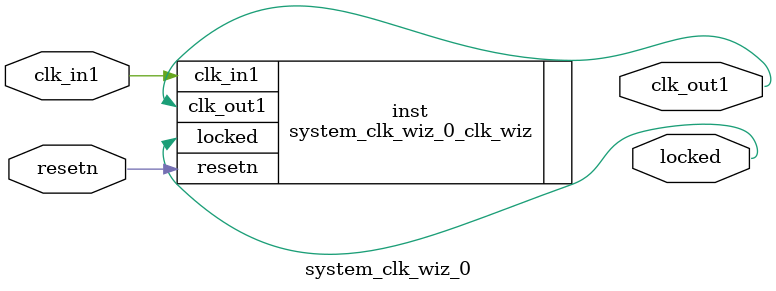
<source format=v>


`timescale 1ps/1ps

(* CORE_GENERATION_INFO = "system_clk_wiz_0,clk_wiz_v6_0_6_0_0,{component_name=system_clk_wiz_0,use_phase_alignment=false,use_min_o_jitter=false,use_max_i_jitter=false,use_dyn_phase_shift=false,use_inclk_switchover=false,use_dyn_reconfig=false,enable_axi=0,feedback_source=FDBK_AUTO,PRIMITIVE=MMCM,num_out_clk=1,clkin1_period=10.000,clkin2_period=10.000,use_power_down=false,use_reset=true,use_locked=true,use_inclk_stopped=false,feedback_type=SINGLE,CLOCK_MGR_TYPE=NA,manual_override=false}" *)

module system_clk_wiz_0 
 (
  // Clock out ports
  output        clk_out1,
  // Status and control signals
  input         resetn,
  output        locked,
 // Clock in ports
  input         clk_in1
 );

  system_clk_wiz_0_clk_wiz inst
  (
  // Clock out ports  
  .clk_out1(clk_out1),
  // Status and control signals               
  .resetn(resetn), 
  .locked(locked),
 // Clock in ports
  .clk_in1(clk_in1)
  );

endmodule

</source>
